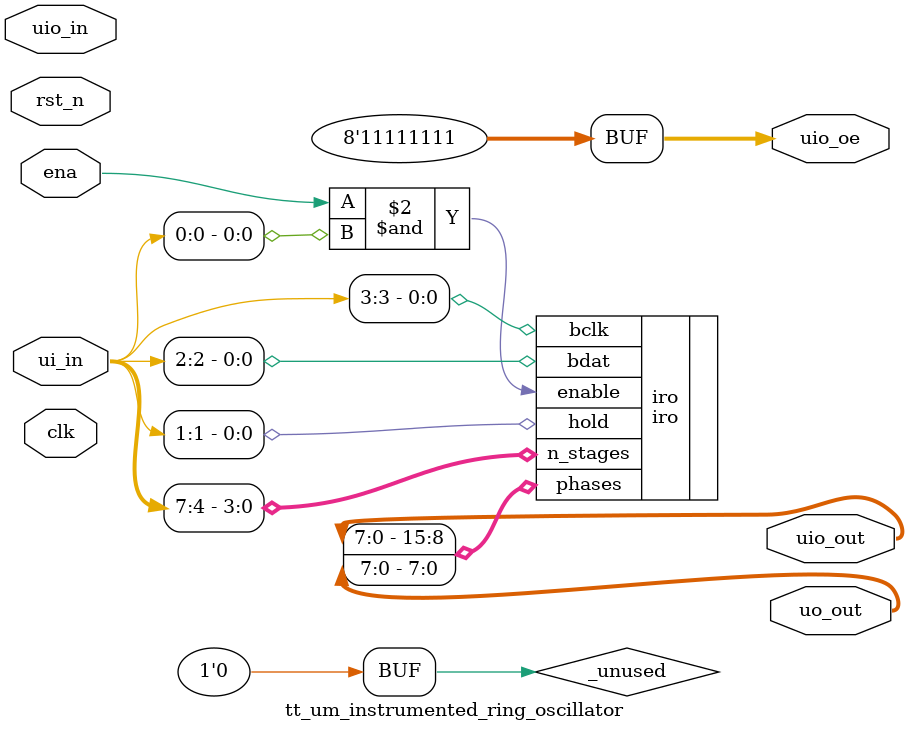
<source format=v>
/*
 * Copyright (c) 2024 Your Name
 * SPDX-License-Identifier: Apache-2.0
 */

`default_nettype none

module tt_um_instrumented_ring_oscillator (
    input  wire [7:0] ui_in,    // Dedicated inputs
    output wire [7:0] uo_out,   // Dedicated outputs
    input  wire [7:0] uio_in,   // IOs: Input path
    output wire [7:0] uio_out,  // IOs: Output path
    output wire [7:0] uio_oe,   // IOs: Enable path (active high: 0=input, 1=output)
    input  wire       ena,      // always 1 when the design is powered, so you can ignore it
    input  wire       clk,      // clock
    input  wire       rst_n     // reset_n - low to reset
);

    // List all unused inputs to prevent warnings
    wire _unused = &{ena, clk, rst_n, 1'b0};

    // Configure bidirectional pins to be all outputs.
    assign uio_oe  = ~0;


    iro iro (.enable (ena & ui_in[0]), .hold (ui_in[1]), .bdat (ui_in[2]), .bclk (ui_in[3]), .n_stages (ui_in[7:4]), .phases ({uio_out[7:0], uo_out[7:0]}));

endmodule

</source>
